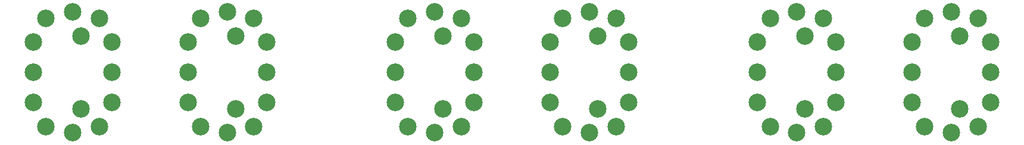
<source format=gbr>
G04 #@! TF.GenerationSoftware,KiCad,Pcbnew,8.0.4*
G04 #@! TF.CreationDate,2024-10-14T20:55:56-07:00*
G04 #@! TF.ProjectId,B5991,42353939-312e-46b6-9963-61645f706362,rev?*
G04 #@! TF.SameCoordinates,Original*
G04 #@! TF.FileFunction,Paste,Top*
G04 #@! TF.FilePolarity,Positive*
%FSLAX46Y46*%
G04 Gerber Fmt 4.6, Leading zero omitted, Abs format (unit mm)*
G04 Created by KiCad (PCBNEW 8.0.4) date 2024-10-14 20:55:56*
%MOMM*%
%LPD*%
G01*
G04 APERTURE LIST*
%ADD10C,2.500000*%
G04 APERTURE END LIST*
D10*
X193032400Y-104074600D03*
X194832400Y-100634600D03*
X194832400Y-96314600D03*
X194832400Y-91994600D03*
X193032400Y-88554600D03*
X189242400Y-87674600D03*
X185452400Y-88554600D03*
X183652400Y-91994600D03*
X183652400Y-96314600D03*
X183652400Y-100634600D03*
X185452400Y-104074600D03*
X189242400Y-104954600D03*
X190442400Y-101514600D03*
X190442400Y-91114600D03*
X163532400Y-104074600D03*
X165332400Y-100634600D03*
X165332400Y-96314600D03*
X165332400Y-91994600D03*
X163532400Y-88554600D03*
X159742400Y-87674600D03*
X155952400Y-88554600D03*
X154152400Y-91994600D03*
X154152400Y-96314600D03*
X154152400Y-100634600D03*
X155952400Y-104074600D03*
X159742400Y-104954600D03*
X160942400Y-101514600D03*
X160942400Y-91114600D03*
X141532400Y-104074600D03*
X143332400Y-100634600D03*
X143332400Y-96314600D03*
X143332400Y-91994600D03*
X141532400Y-88554600D03*
X137742400Y-87674600D03*
X133952400Y-88554600D03*
X132152400Y-91994600D03*
X132152400Y-96314600D03*
X132152400Y-100634600D03*
X133952400Y-104074600D03*
X137742400Y-104954600D03*
X138942400Y-101514600D03*
X138942400Y-91114600D03*
X112032400Y-104074600D03*
X113832400Y-100634600D03*
X113832400Y-96314600D03*
X113832400Y-91994600D03*
X112032400Y-88554600D03*
X108242400Y-87674600D03*
X104452400Y-88554600D03*
X102652400Y-91994600D03*
X102652400Y-96314600D03*
X102652400Y-100634600D03*
X104452400Y-104074600D03*
X108242400Y-104954600D03*
X109442400Y-101514600D03*
X109442400Y-91114600D03*
X90032400Y-104074600D03*
X91832400Y-100634600D03*
X91832400Y-96314600D03*
X91832400Y-91994600D03*
X90032400Y-88554600D03*
X86242400Y-87674600D03*
X82452400Y-88554600D03*
X80652400Y-91994600D03*
X80652400Y-96314600D03*
X80652400Y-100634600D03*
X82452400Y-104074600D03*
X86242400Y-104954600D03*
X87442400Y-101514600D03*
X87442400Y-91114600D03*
X215032400Y-104074600D03*
X216832400Y-100634600D03*
X216832400Y-96314600D03*
X216832400Y-91994600D03*
X215032400Y-88554600D03*
X211242400Y-87674600D03*
X207452400Y-88554600D03*
X205652400Y-91994600D03*
X205652400Y-96314600D03*
X205652400Y-100634600D03*
X207452400Y-104074600D03*
X211242400Y-104954600D03*
X212442400Y-101514600D03*
X212442400Y-91114600D03*
M02*

</source>
